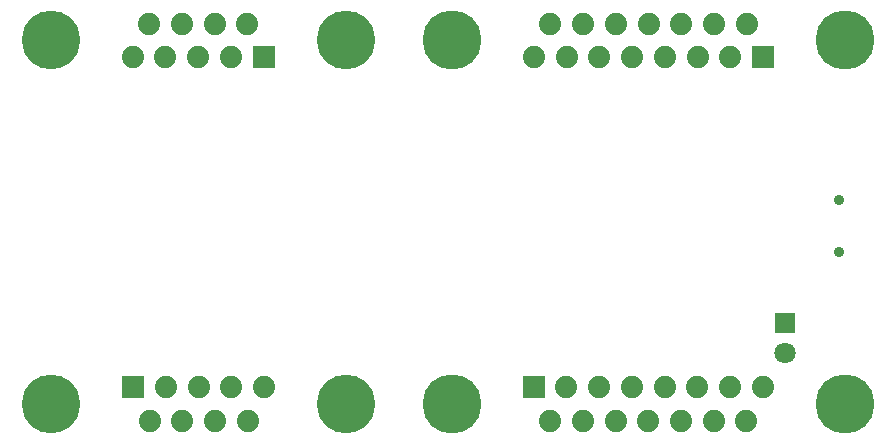
<source format=gbr>
G04 DipTrace 3.2.0.1*
G04 BottomMask.gbr*
%MOIN*%
G04 #@! TF.FileFunction,Soldermask,Bot*
G04 #@! TF.Part,Single*
%ADD35C,0.035433*%
%ADD46C,0.19685*%
%ADD48C,0.195276*%
%ADD50C,0.074409*%
%ADD54R,0.074409X0.074409*%
%ADD62C,0.070866*%
%ADD64R,0.070866X0.070866*%
%FSLAX26Y26*%
G04*
G70*
G90*
G75*
G01*
G04 BotMask*
%LPD*%
D64*
X2981193Y1081297D3*
D62*
Y981297D3*
D35*
X3159350Y1319900D3*
Y1493129D3*
D54*
X807479Y868701D3*
D50*
X916534D3*
X1025589D3*
X1134644D3*
X1243699D3*
X862007Y756890D3*
X971062D3*
X1080117D3*
X1189172D3*
D48*
X533660Y812795D3*
X1517518D3*
D54*
X2142815Y868701D3*
D50*
X2251870D3*
X2360925D3*
X2469980D3*
X2579035D3*
X2688091D3*
X2797146D3*
X2906201D3*
X2197343Y756890D3*
X2306398D3*
X2415453D3*
X2524508D3*
X2633563D3*
X2742618D3*
X2851673D3*
D46*
X1868602Y812795D3*
X3180413D3*
D54*
X2907085Y1968701D3*
D50*
X2798030D3*
X2688975D3*
X2579920D3*
X2470865D3*
X2361810D3*
X2252755D3*
X2143699D3*
X2852558Y2080512D3*
X2743503D3*
X2634448D3*
X2525392D3*
X2416337D3*
X2307282D3*
X2198227D3*
D46*
X3181298Y2024606D3*
X1869487D3*
D54*
X1242421Y1968701D3*
D50*
X1133366D3*
X1024311D3*
X915256D3*
X806201D3*
X1187894Y2080512D3*
X1078839D3*
X969783D3*
X860728D3*
D48*
X1516240Y2024606D3*
X532382D3*
M02*

</source>
